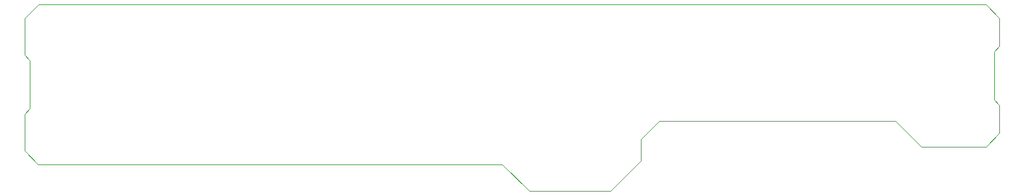
<source format=gbr>
%TF.GenerationSoftware,KiCad,Pcbnew,5.1.10-88a1d61d58~88~ubuntu18.04.1*%
%TF.CreationDate,2021-09-18T16:02:56+02:00*%
%TF.ProjectId,RGBtoHDMI Amiga Denise DIP CPLD Rev 1.1,52474274-6f48-4444-9d49-20416d696761,rev?*%
%TF.SameCoordinates,Original*%
%TF.FileFunction,Profile,NP*%
%FSLAX46Y46*%
G04 Gerber Fmt 4.6, Leading zero omitted, Abs format (unit mm)*
G04 Created by KiCad (PCBNEW 5.1.10-88a1d61d58~88~ubuntu18.04.1) date 2021-09-18 16:02:56*
%MOMM*%
%LPD*%
G01*
G04 APERTURE LIST*
%TA.AperFunction,Profile*%
%ADD10C,0.050000*%
%TD*%
G04 APERTURE END LIST*
D10*
X155400000Y-105370000D02*
X159490000Y-101280000D01*
X159490000Y-98390000D02*
X161960000Y-95920000D01*
X159490000Y-101280000D02*
X159490000Y-98390000D01*
X193520000Y-95920000D02*
X161960000Y-95920000D01*
X197010000Y-99410000D02*
X193520000Y-95920000D01*
X207420000Y-85910000D02*
X207420000Y-82140000D01*
X206690000Y-93110000D02*
X206690000Y-86640000D01*
X207420000Y-93840000D02*
X206690000Y-93110000D01*
X207420000Y-85910000D02*
X206690000Y-86640000D01*
X77800000Y-87810000D02*
X77800000Y-94280000D01*
X77070000Y-82150000D02*
X77070000Y-87080000D01*
X77070000Y-87080000D02*
X77800000Y-87810000D01*
X77070000Y-95010000D02*
X77800000Y-94280000D01*
X205590000Y-80310000D02*
X207420000Y-82140000D01*
X205580000Y-99410000D02*
X207420000Y-97570000D01*
X78890000Y-101760000D02*
X77070000Y-99940000D01*
X144530000Y-105370000D02*
X155400000Y-105370000D01*
X140920000Y-101760000D02*
X144530000Y-105370000D01*
X78910000Y-80310000D02*
X77070000Y-82150000D01*
X78890000Y-101760000D02*
X140920000Y-101760000D01*
X77070000Y-95010000D02*
X77070000Y-99940000D01*
X205580000Y-99410000D02*
X197010000Y-99410000D01*
X207420000Y-93840000D02*
X207420000Y-97570000D01*
X78910000Y-80310000D02*
X205590000Y-80310000D01*
M02*

</source>
